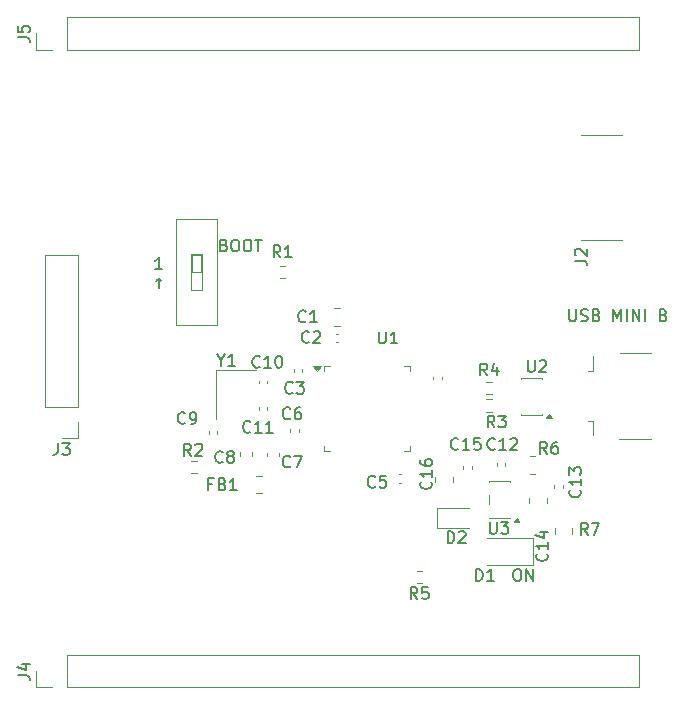
<source format=gto>
%TF.GenerationSoftware,KiCad,Pcbnew,9.0.5*%
%TF.CreationDate,2025-11-25T11:18:22+01:00*%
%TF.ProjectId,PTP,5054502e-6b69-4636-9164-5f7063625858,rev?*%
%TF.SameCoordinates,Original*%
%TF.FileFunction,Legend,Top*%
%TF.FilePolarity,Positive*%
%FSLAX46Y46*%
G04 Gerber Fmt 4.6, Leading zero omitted, Abs format (unit mm)*
G04 Created by KiCad (PCBNEW 9.0.5) date 2025-11-25 11:18:22*
%MOMM*%
%LPD*%
G01*
G04 APERTURE LIST*
%ADD10C,0.160000*%
%ADD11C,0.100000*%
%ADD12C,0.120000*%
G04 APERTURE END LIST*
D10*
X124280952Y-123354299D02*
X124471428Y-123354299D01*
X124471428Y-123354299D02*
X124566666Y-123401918D01*
X124566666Y-123401918D02*
X124661904Y-123497156D01*
X124661904Y-123497156D02*
X124709523Y-123687632D01*
X124709523Y-123687632D02*
X124709523Y-124020965D01*
X124709523Y-124020965D02*
X124661904Y-124211441D01*
X124661904Y-124211441D02*
X124566666Y-124306680D01*
X124566666Y-124306680D02*
X124471428Y-124354299D01*
X124471428Y-124354299D02*
X124280952Y-124354299D01*
X124280952Y-124354299D02*
X124185714Y-124306680D01*
X124185714Y-124306680D02*
X124090476Y-124211441D01*
X124090476Y-124211441D02*
X124042857Y-124020965D01*
X124042857Y-124020965D02*
X124042857Y-123687632D01*
X124042857Y-123687632D02*
X124090476Y-123497156D01*
X124090476Y-123497156D02*
X124185714Y-123401918D01*
X124185714Y-123401918D02*
X124280952Y-123354299D01*
X125138095Y-124354299D02*
X125138095Y-123354299D01*
X125138095Y-123354299D02*
X125709523Y-124354299D01*
X125709523Y-124354299D02*
X125709523Y-123354299D01*
X128743358Y-101369299D02*
X128743358Y-102178822D01*
X128743358Y-102178822D02*
X128790977Y-102274060D01*
X128790977Y-102274060D02*
X128838596Y-102321680D01*
X128838596Y-102321680D02*
X128933834Y-102369299D01*
X128933834Y-102369299D02*
X129124310Y-102369299D01*
X129124310Y-102369299D02*
X129219548Y-102321680D01*
X129219548Y-102321680D02*
X129267167Y-102274060D01*
X129267167Y-102274060D02*
X129314786Y-102178822D01*
X129314786Y-102178822D02*
X129314786Y-101369299D01*
X129743358Y-102321680D02*
X129886215Y-102369299D01*
X129886215Y-102369299D02*
X130124310Y-102369299D01*
X130124310Y-102369299D02*
X130219548Y-102321680D01*
X130219548Y-102321680D02*
X130267167Y-102274060D01*
X130267167Y-102274060D02*
X130314786Y-102178822D01*
X130314786Y-102178822D02*
X130314786Y-102083584D01*
X130314786Y-102083584D02*
X130267167Y-101988346D01*
X130267167Y-101988346D02*
X130219548Y-101940727D01*
X130219548Y-101940727D02*
X130124310Y-101893108D01*
X130124310Y-101893108D02*
X129933834Y-101845489D01*
X129933834Y-101845489D02*
X129838596Y-101797870D01*
X129838596Y-101797870D02*
X129790977Y-101750251D01*
X129790977Y-101750251D02*
X129743358Y-101655013D01*
X129743358Y-101655013D02*
X129743358Y-101559775D01*
X129743358Y-101559775D02*
X129790977Y-101464537D01*
X129790977Y-101464537D02*
X129838596Y-101416918D01*
X129838596Y-101416918D02*
X129933834Y-101369299D01*
X129933834Y-101369299D02*
X130171929Y-101369299D01*
X130171929Y-101369299D02*
X130314786Y-101416918D01*
X131076691Y-101845489D02*
X131219548Y-101893108D01*
X131219548Y-101893108D02*
X131267167Y-101940727D01*
X131267167Y-101940727D02*
X131314786Y-102035965D01*
X131314786Y-102035965D02*
X131314786Y-102178822D01*
X131314786Y-102178822D02*
X131267167Y-102274060D01*
X131267167Y-102274060D02*
X131219548Y-102321680D01*
X131219548Y-102321680D02*
X131124310Y-102369299D01*
X131124310Y-102369299D02*
X130743358Y-102369299D01*
X130743358Y-102369299D02*
X130743358Y-101369299D01*
X130743358Y-101369299D02*
X131076691Y-101369299D01*
X131076691Y-101369299D02*
X131171929Y-101416918D01*
X131171929Y-101416918D02*
X131219548Y-101464537D01*
X131219548Y-101464537D02*
X131267167Y-101559775D01*
X131267167Y-101559775D02*
X131267167Y-101655013D01*
X131267167Y-101655013D02*
X131219548Y-101750251D01*
X131219548Y-101750251D02*
X131171929Y-101797870D01*
X131171929Y-101797870D02*
X131076691Y-101845489D01*
X131076691Y-101845489D02*
X130743358Y-101845489D01*
X132505263Y-102369299D02*
X132505263Y-101369299D01*
X132505263Y-101369299D02*
X132838596Y-102083584D01*
X132838596Y-102083584D02*
X133171929Y-101369299D01*
X133171929Y-101369299D02*
X133171929Y-102369299D01*
X133648120Y-102369299D02*
X133648120Y-101369299D01*
X134124310Y-102369299D02*
X134124310Y-101369299D01*
X134124310Y-101369299D02*
X134695738Y-102369299D01*
X134695738Y-102369299D02*
X134695738Y-101369299D01*
X135171929Y-102369299D02*
X135171929Y-101369299D01*
X136743357Y-101845489D02*
X136886214Y-101893108D01*
X136886214Y-101893108D02*
X136933833Y-101940727D01*
X136933833Y-101940727D02*
X136981452Y-102035965D01*
X136981452Y-102035965D02*
X136981452Y-102178822D01*
X136981452Y-102178822D02*
X136933833Y-102274060D01*
X136933833Y-102274060D02*
X136886214Y-102321680D01*
X136886214Y-102321680D02*
X136790976Y-102369299D01*
X136790976Y-102369299D02*
X136410024Y-102369299D01*
X136410024Y-102369299D02*
X136410024Y-101369299D01*
X136410024Y-101369299D02*
X136743357Y-101369299D01*
X136743357Y-101369299D02*
X136838595Y-101416918D01*
X136838595Y-101416918D02*
X136886214Y-101464537D01*
X136886214Y-101464537D02*
X136933833Y-101559775D01*
X136933833Y-101559775D02*
X136933833Y-101655013D01*
X136933833Y-101655013D02*
X136886214Y-101750251D01*
X136886214Y-101750251D02*
X136838595Y-101797870D01*
X136838595Y-101797870D02*
X136743357Y-101845489D01*
X136743357Y-101845489D02*
X136410024Y-101845489D01*
X99526691Y-95935545D02*
X99669548Y-95983164D01*
X99669548Y-95983164D02*
X99717167Y-96030783D01*
X99717167Y-96030783D02*
X99764786Y-96126021D01*
X99764786Y-96126021D02*
X99764786Y-96268878D01*
X99764786Y-96268878D02*
X99717167Y-96364116D01*
X99717167Y-96364116D02*
X99669548Y-96411736D01*
X99669548Y-96411736D02*
X99574310Y-96459355D01*
X99574310Y-96459355D02*
X99193358Y-96459355D01*
X99193358Y-96459355D02*
X99193358Y-95459355D01*
X99193358Y-95459355D02*
X99526691Y-95459355D01*
X99526691Y-95459355D02*
X99621929Y-95506974D01*
X99621929Y-95506974D02*
X99669548Y-95554593D01*
X99669548Y-95554593D02*
X99717167Y-95649831D01*
X99717167Y-95649831D02*
X99717167Y-95745069D01*
X99717167Y-95745069D02*
X99669548Y-95840307D01*
X99669548Y-95840307D02*
X99621929Y-95887926D01*
X99621929Y-95887926D02*
X99526691Y-95935545D01*
X99526691Y-95935545D02*
X99193358Y-95935545D01*
X100383834Y-95459355D02*
X100574310Y-95459355D01*
X100574310Y-95459355D02*
X100669548Y-95506974D01*
X100669548Y-95506974D02*
X100764786Y-95602212D01*
X100764786Y-95602212D02*
X100812405Y-95792688D01*
X100812405Y-95792688D02*
X100812405Y-96126021D01*
X100812405Y-96126021D02*
X100764786Y-96316497D01*
X100764786Y-96316497D02*
X100669548Y-96411736D01*
X100669548Y-96411736D02*
X100574310Y-96459355D01*
X100574310Y-96459355D02*
X100383834Y-96459355D01*
X100383834Y-96459355D02*
X100288596Y-96411736D01*
X100288596Y-96411736D02*
X100193358Y-96316497D01*
X100193358Y-96316497D02*
X100145739Y-96126021D01*
X100145739Y-96126021D02*
X100145739Y-95792688D01*
X100145739Y-95792688D02*
X100193358Y-95602212D01*
X100193358Y-95602212D02*
X100288596Y-95506974D01*
X100288596Y-95506974D02*
X100383834Y-95459355D01*
X101431453Y-95459355D02*
X101621929Y-95459355D01*
X101621929Y-95459355D02*
X101717167Y-95506974D01*
X101717167Y-95506974D02*
X101812405Y-95602212D01*
X101812405Y-95602212D02*
X101860024Y-95792688D01*
X101860024Y-95792688D02*
X101860024Y-96126021D01*
X101860024Y-96126021D02*
X101812405Y-96316497D01*
X101812405Y-96316497D02*
X101717167Y-96411736D01*
X101717167Y-96411736D02*
X101621929Y-96459355D01*
X101621929Y-96459355D02*
X101431453Y-96459355D01*
X101431453Y-96459355D02*
X101336215Y-96411736D01*
X101336215Y-96411736D02*
X101240977Y-96316497D01*
X101240977Y-96316497D02*
X101193358Y-96126021D01*
X101193358Y-96126021D02*
X101193358Y-95792688D01*
X101193358Y-95792688D02*
X101240977Y-95602212D01*
X101240977Y-95602212D02*
X101336215Y-95506974D01*
X101336215Y-95506974D02*
X101431453Y-95459355D01*
X102145739Y-95459355D02*
X102717167Y-95459355D01*
X102431453Y-96459355D02*
X102431453Y-95459355D01*
X94285714Y-97949327D02*
X93714286Y-97949327D01*
X94000000Y-97949327D02*
X94000000Y-96949327D01*
X94000000Y-96949327D02*
X93904762Y-97092184D01*
X93904762Y-97092184D02*
X93809524Y-97187422D01*
X93809524Y-97187422D02*
X93714286Y-97235041D01*
X94000000Y-99559271D02*
X94000000Y-98797366D01*
X93809524Y-98987842D02*
X94000000Y-98797366D01*
X94000000Y-98797366D02*
X94190476Y-98987842D01*
X129239299Y-97233333D02*
X129953584Y-97233333D01*
X129953584Y-97233333D02*
X130096441Y-97280952D01*
X130096441Y-97280952D02*
X130191680Y-97376190D01*
X130191680Y-97376190D02*
X130239299Y-97519047D01*
X130239299Y-97519047D02*
X130239299Y-97614285D01*
X129334537Y-96804761D02*
X129286918Y-96757142D01*
X129286918Y-96757142D02*
X129239299Y-96661904D01*
X129239299Y-96661904D02*
X129239299Y-96423809D01*
X129239299Y-96423809D02*
X129286918Y-96328571D01*
X129286918Y-96328571D02*
X129334537Y-96280952D01*
X129334537Y-96280952D02*
X129429775Y-96233333D01*
X129429775Y-96233333D02*
X129525013Y-96233333D01*
X129525013Y-96233333D02*
X129667870Y-96280952D01*
X129667870Y-96280952D02*
X130239299Y-96852380D01*
X130239299Y-96852380D02*
X130239299Y-96233333D01*
X82074299Y-132333333D02*
X82788584Y-132333333D01*
X82788584Y-132333333D02*
X82931441Y-132380952D01*
X82931441Y-132380952D02*
X83026680Y-132476190D01*
X83026680Y-132476190D02*
X83074299Y-132619047D01*
X83074299Y-132619047D02*
X83074299Y-132714285D01*
X82407632Y-131428571D02*
X83074299Y-131428571D01*
X82026680Y-131666666D02*
X82740965Y-131904761D01*
X82740965Y-131904761D02*
X82740965Y-131285714D01*
X82074299Y-78333333D02*
X82788584Y-78333333D01*
X82788584Y-78333333D02*
X82931441Y-78380952D01*
X82931441Y-78380952D02*
X83026680Y-78476190D01*
X83026680Y-78476190D02*
X83074299Y-78619047D01*
X83074299Y-78619047D02*
X83074299Y-78714285D01*
X82074299Y-77380952D02*
X82074299Y-77857142D01*
X82074299Y-77857142D02*
X82550489Y-77904761D01*
X82550489Y-77904761D02*
X82502870Y-77857142D01*
X82502870Y-77857142D02*
X82455251Y-77761904D01*
X82455251Y-77761904D02*
X82455251Y-77523809D01*
X82455251Y-77523809D02*
X82502870Y-77428571D01*
X82502870Y-77428571D02*
X82550489Y-77380952D01*
X82550489Y-77380952D02*
X82645727Y-77333333D01*
X82645727Y-77333333D02*
X82883822Y-77333333D01*
X82883822Y-77333333D02*
X82979060Y-77380952D01*
X82979060Y-77380952D02*
X83026680Y-77428571D01*
X83026680Y-77428571D02*
X83074299Y-77523809D01*
X83074299Y-77523809D02*
X83074299Y-77761904D01*
X83074299Y-77761904D02*
X83026680Y-77857142D01*
X83026680Y-77857142D02*
X82979060Y-77904761D01*
X119357142Y-113159060D02*
X119309523Y-113206680D01*
X119309523Y-113206680D02*
X119166666Y-113254299D01*
X119166666Y-113254299D02*
X119071428Y-113254299D01*
X119071428Y-113254299D02*
X118928571Y-113206680D01*
X118928571Y-113206680D02*
X118833333Y-113111441D01*
X118833333Y-113111441D02*
X118785714Y-113016203D01*
X118785714Y-113016203D02*
X118738095Y-112825727D01*
X118738095Y-112825727D02*
X118738095Y-112682870D01*
X118738095Y-112682870D02*
X118785714Y-112492394D01*
X118785714Y-112492394D02*
X118833333Y-112397156D01*
X118833333Y-112397156D02*
X118928571Y-112301918D01*
X118928571Y-112301918D02*
X119071428Y-112254299D01*
X119071428Y-112254299D02*
X119166666Y-112254299D01*
X119166666Y-112254299D02*
X119309523Y-112301918D01*
X119309523Y-112301918D02*
X119357142Y-112349537D01*
X120309523Y-113254299D02*
X119738095Y-113254299D01*
X120023809Y-113254299D02*
X120023809Y-112254299D01*
X120023809Y-112254299D02*
X119928571Y-112397156D01*
X119928571Y-112397156D02*
X119833333Y-112492394D01*
X119833333Y-112492394D02*
X119738095Y-112540013D01*
X121214285Y-112254299D02*
X120738095Y-112254299D01*
X120738095Y-112254299D02*
X120690476Y-112730489D01*
X120690476Y-112730489D02*
X120738095Y-112682870D01*
X120738095Y-112682870D02*
X120833333Y-112635251D01*
X120833333Y-112635251D02*
X121071428Y-112635251D01*
X121071428Y-112635251D02*
X121166666Y-112682870D01*
X121166666Y-112682870D02*
X121214285Y-112730489D01*
X121214285Y-112730489D02*
X121261904Y-112825727D01*
X121261904Y-112825727D02*
X121261904Y-113063822D01*
X121261904Y-113063822D02*
X121214285Y-113159060D01*
X121214285Y-113159060D02*
X121166666Y-113206680D01*
X121166666Y-113206680D02*
X121071428Y-113254299D01*
X121071428Y-113254299D02*
X120833333Y-113254299D01*
X120833333Y-113254299D02*
X120738095Y-113206680D01*
X120738095Y-113206680D02*
X120690476Y-113159060D01*
X122433333Y-111354299D02*
X122100000Y-110878108D01*
X121861905Y-111354299D02*
X121861905Y-110354299D01*
X121861905Y-110354299D02*
X122242857Y-110354299D01*
X122242857Y-110354299D02*
X122338095Y-110401918D01*
X122338095Y-110401918D02*
X122385714Y-110449537D01*
X122385714Y-110449537D02*
X122433333Y-110544775D01*
X122433333Y-110544775D02*
X122433333Y-110687632D01*
X122433333Y-110687632D02*
X122385714Y-110782870D01*
X122385714Y-110782870D02*
X122338095Y-110830489D01*
X122338095Y-110830489D02*
X122242857Y-110878108D01*
X122242857Y-110878108D02*
X121861905Y-110878108D01*
X122766667Y-110354299D02*
X123385714Y-110354299D01*
X123385714Y-110354299D02*
X123052381Y-110735251D01*
X123052381Y-110735251D02*
X123195238Y-110735251D01*
X123195238Y-110735251D02*
X123290476Y-110782870D01*
X123290476Y-110782870D02*
X123338095Y-110830489D01*
X123338095Y-110830489D02*
X123385714Y-110925727D01*
X123385714Y-110925727D02*
X123385714Y-111163822D01*
X123385714Y-111163822D02*
X123338095Y-111259060D01*
X123338095Y-111259060D02*
X123290476Y-111306680D01*
X123290476Y-111306680D02*
X123195238Y-111354299D01*
X123195238Y-111354299D02*
X122909524Y-111354299D01*
X122909524Y-111354299D02*
X122814286Y-111306680D01*
X122814286Y-111306680D02*
X122766667Y-111259060D01*
X98554166Y-116155489D02*
X98220833Y-116155489D01*
X98220833Y-116679299D02*
X98220833Y-115679299D01*
X98220833Y-115679299D02*
X98697023Y-115679299D01*
X99411309Y-116155489D02*
X99554166Y-116203108D01*
X99554166Y-116203108D02*
X99601785Y-116250727D01*
X99601785Y-116250727D02*
X99649404Y-116345965D01*
X99649404Y-116345965D02*
X99649404Y-116488822D01*
X99649404Y-116488822D02*
X99601785Y-116584060D01*
X99601785Y-116584060D02*
X99554166Y-116631680D01*
X99554166Y-116631680D02*
X99458928Y-116679299D01*
X99458928Y-116679299D02*
X99077976Y-116679299D01*
X99077976Y-116679299D02*
X99077976Y-115679299D01*
X99077976Y-115679299D02*
X99411309Y-115679299D01*
X99411309Y-115679299D02*
X99506547Y-115726918D01*
X99506547Y-115726918D02*
X99554166Y-115774537D01*
X99554166Y-115774537D02*
X99601785Y-115869775D01*
X99601785Y-115869775D02*
X99601785Y-115965013D01*
X99601785Y-115965013D02*
X99554166Y-116060251D01*
X99554166Y-116060251D02*
X99506547Y-116107870D01*
X99506547Y-116107870D02*
X99411309Y-116155489D01*
X99411309Y-116155489D02*
X99077976Y-116155489D01*
X100601785Y-116679299D02*
X100030357Y-116679299D01*
X100316071Y-116679299D02*
X100316071Y-115679299D01*
X100316071Y-115679299D02*
X100220833Y-115822156D01*
X100220833Y-115822156D02*
X100125595Y-115917394D01*
X100125595Y-115917394D02*
X100030357Y-115965013D01*
X101757142Y-111709060D02*
X101709523Y-111756680D01*
X101709523Y-111756680D02*
X101566666Y-111804299D01*
X101566666Y-111804299D02*
X101471428Y-111804299D01*
X101471428Y-111804299D02*
X101328571Y-111756680D01*
X101328571Y-111756680D02*
X101233333Y-111661441D01*
X101233333Y-111661441D02*
X101185714Y-111566203D01*
X101185714Y-111566203D02*
X101138095Y-111375727D01*
X101138095Y-111375727D02*
X101138095Y-111232870D01*
X101138095Y-111232870D02*
X101185714Y-111042394D01*
X101185714Y-111042394D02*
X101233333Y-110947156D01*
X101233333Y-110947156D02*
X101328571Y-110851918D01*
X101328571Y-110851918D02*
X101471428Y-110804299D01*
X101471428Y-110804299D02*
X101566666Y-110804299D01*
X101566666Y-110804299D02*
X101709523Y-110851918D01*
X101709523Y-110851918D02*
X101757142Y-110899537D01*
X102709523Y-111804299D02*
X102138095Y-111804299D01*
X102423809Y-111804299D02*
X102423809Y-110804299D01*
X102423809Y-110804299D02*
X102328571Y-110947156D01*
X102328571Y-110947156D02*
X102233333Y-111042394D01*
X102233333Y-111042394D02*
X102138095Y-111090013D01*
X103661904Y-111804299D02*
X103090476Y-111804299D01*
X103376190Y-111804299D02*
X103376190Y-110804299D01*
X103376190Y-110804299D02*
X103280952Y-110947156D01*
X103280952Y-110947156D02*
X103185714Y-111042394D01*
X103185714Y-111042394D02*
X103090476Y-111090013D01*
X96733333Y-113754299D02*
X96400000Y-113278108D01*
X96161905Y-113754299D02*
X96161905Y-112754299D01*
X96161905Y-112754299D02*
X96542857Y-112754299D01*
X96542857Y-112754299D02*
X96638095Y-112801918D01*
X96638095Y-112801918D02*
X96685714Y-112849537D01*
X96685714Y-112849537D02*
X96733333Y-112944775D01*
X96733333Y-112944775D02*
X96733333Y-113087632D01*
X96733333Y-113087632D02*
X96685714Y-113182870D01*
X96685714Y-113182870D02*
X96638095Y-113230489D01*
X96638095Y-113230489D02*
X96542857Y-113278108D01*
X96542857Y-113278108D02*
X96161905Y-113278108D01*
X97114286Y-112849537D02*
X97161905Y-112801918D01*
X97161905Y-112801918D02*
X97257143Y-112754299D01*
X97257143Y-112754299D02*
X97495238Y-112754299D01*
X97495238Y-112754299D02*
X97590476Y-112801918D01*
X97590476Y-112801918D02*
X97638095Y-112849537D01*
X97638095Y-112849537D02*
X97685714Y-112944775D01*
X97685714Y-112944775D02*
X97685714Y-113040013D01*
X97685714Y-113040013D02*
X97638095Y-113182870D01*
X97638095Y-113182870D02*
X97066667Y-113754299D01*
X97066667Y-113754299D02*
X97685714Y-113754299D01*
X96233333Y-110979060D02*
X96185714Y-111026680D01*
X96185714Y-111026680D02*
X96042857Y-111074299D01*
X96042857Y-111074299D02*
X95947619Y-111074299D01*
X95947619Y-111074299D02*
X95804762Y-111026680D01*
X95804762Y-111026680D02*
X95709524Y-110931441D01*
X95709524Y-110931441D02*
X95661905Y-110836203D01*
X95661905Y-110836203D02*
X95614286Y-110645727D01*
X95614286Y-110645727D02*
X95614286Y-110502870D01*
X95614286Y-110502870D02*
X95661905Y-110312394D01*
X95661905Y-110312394D02*
X95709524Y-110217156D01*
X95709524Y-110217156D02*
X95804762Y-110121918D01*
X95804762Y-110121918D02*
X95947619Y-110074299D01*
X95947619Y-110074299D02*
X96042857Y-110074299D01*
X96042857Y-110074299D02*
X96185714Y-110121918D01*
X96185714Y-110121918D02*
X96233333Y-110169537D01*
X96709524Y-111074299D02*
X96900000Y-111074299D01*
X96900000Y-111074299D02*
X96995238Y-111026680D01*
X96995238Y-111026680D02*
X97042857Y-110979060D01*
X97042857Y-110979060D02*
X97138095Y-110836203D01*
X97138095Y-110836203D02*
X97185714Y-110645727D01*
X97185714Y-110645727D02*
X97185714Y-110264775D01*
X97185714Y-110264775D02*
X97138095Y-110169537D01*
X97138095Y-110169537D02*
X97090476Y-110121918D01*
X97090476Y-110121918D02*
X96995238Y-110074299D01*
X96995238Y-110074299D02*
X96804762Y-110074299D01*
X96804762Y-110074299D02*
X96709524Y-110121918D01*
X96709524Y-110121918D02*
X96661905Y-110169537D01*
X96661905Y-110169537D02*
X96614286Y-110264775D01*
X96614286Y-110264775D02*
X96614286Y-110502870D01*
X96614286Y-110502870D02*
X96661905Y-110598108D01*
X96661905Y-110598108D02*
X96709524Y-110645727D01*
X96709524Y-110645727D02*
X96804762Y-110693346D01*
X96804762Y-110693346D02*
X96995238Y-110693346D01*
X96995238Y-110693346D02*
X97090476Y-110645727D01*
X97090476Y-110645727D02*
X97138095Y-110598108D01*
X97138095Y-110598108D02*
X97185714Y-110502870D01*
X125263095Y-105654299D02*
X125263095Y-106463822D01*
X125263095Y-106463822D02*
X125310714Y-106559060D01*
X125310714Y-106559060D02*
X125358333Y-106606680D01*
X125358333Y-106606680D02*
X125453571Y-106654299D01*
X125453571Y-106654299D02*
X125644047Y-106654299D01*
X125644047Y-106654299D02*
X125739285Y-106606680D01*
X125739285Y-106606680D02*
X125786904Y-106559060D01*
X125786904Y-106559060D02*
X125834523Y-106463822D01*
X125834523Y-106463822D02*
X125834523Y-105654299D01*
X126263095Y-105749537D02*
X126310714Y-105701918D01*
X126310714Y-105701918D02*
X126405952Y-105654299D01*
X126405952Y-105654299D02*
X126644047Y-105654299D01*
X126644047Y-105654299D02*
X126739285Y-105701918D01*
X126739285Y-105701918D02*
X126786904Y-105749537D01*
X126786904Y-105749537D02*
X126834523Y-105844775D01*
X126834523Y-105844775D02*
X126834523Y-105940013D01*
X126834523Y-105940013D02*
X126786904Y-106082870D01*
X126786904Y-106082870D02*
X126215476Y-106654299D01*
X126215476Y-106654299D02*
X126834523Y-106654299D01*
X117053160Y-115960457D02*
X117100780Y-116008076D01*
X117100780Y-116008076D02*
X117148399Y-116150933D01*
X117148399Y-116150933D02*
X117148399Y-116246171D01*
X117148399Y-116246171D02*
X117100780Y-116389028D01*
X117100780Y-116389028D02*
X117005541Y-116484266D01*
X117005541Y-116484266D02*
X116910303Y-116531885D01*
X116910303Y-116531885D02*
X116719827Y-116579504D01*
X116719827Y-116579504D02*
X116576970Y-116579504D01*
X116576970Y-116579504D02*
X116386494Y-116531885D01*
X116386494Y-116531885D02*
X116291256Y-116484266D01*
X116291256Y-116484266D02*
X116196018Y-116389028D01*
X116196018Y-116389028D02*
X116148399Y-116246171D01*
X116148399Y-116246171D02*
X116148399Y-116150933D01*
X116148399Y-116150933D02*
X116196018Y-116008076D01*
X116196018Y-116008076D02*
X116243637Y-115960457D01*
X117148399Y-115008076D02*
X117148399Y-115579504D01*
X117148399Y-115293790D02*
X116148399Y-115293790D01*
X116148399Y-115293790D02*
X116291256Y-115389028D01*
X116291256Y-115389028D02*
X116386494Y-115484266D01*
X116386494Y-115484266D02*
X116434113Y-115579504D01*
X116148399Y-114150933D02*
X116148399Y-114341409D01*
X116148399Y-114341409D02*
X116196018Y-114436647D01*
X116196018Y-114436647D02*
X116243637Y-114484266D01*
X116243637Y-114484266D02*
X116386494Y-114579504D01*
X116386494Y-114579504D02*
X116576970Y-114627123D01*
X116576970Y-114627123D02*
X116957922Y-114627123D01*
X116957922Y-114627123D02*
X117053160Y-114579504D01*
X117053160Y-114579504D02*
X117100780Y-114531885D01*
X117100780Y-114531885D02*
X117148399Y-114436647D01*
X117148399Y-114436647D02*
X117148399Y-114246171D01*
X117148399Y-114246171D02*
X117100780Y-114150933D01*
X117100780Y-114150933D02*
X117053160Y-114103314D01*
X117053160Y-114103314D02*
X116957922Y-114055695D01*
X116957922Y-114055695D02*
X116719827Y-114055695D01*
X116719827Y-114055695D02*
X116624589Y-114103314D01*
X116624589Y-114103314D02*
X116576970Y-114150933D01*
X116576970Y-114150933D02*
X116529351Y-114246171D01*
X116529351Y-114246171D02*
X116529351Y-114436647D01*
X116529351Y-114436647D02*
X116576970Y-114531885D01*
X116576970Y-114531885D02*
X116624589Y-114579504D01*
X116624589Y-114579504D02*
X116719827Y-114627123D01*
X130320833Y-120444299D02*
X129987500Y-119968108D01*
X129749405Y-120444299D02*
X129749405Y-119444299D01*
X129749405Y-119444299D02*
X130130357Y-119444299D01*
X130130357Y-119444299D02*
X130225595Y-119491918D01*
X130225595Y-119491918D02*
X130273214Y-119539537D01*
X130273214Y-119539537D02*
X130320833Y-119634775D01*
X130320833Y-119634775D02*
X130320833Y-119777632D01*
X130320833Y-119777632D02*
X130273214Y-119872870D01*
X130273214Y-119872870D02*
X130225595Y-119920489D01*
X130225595Y-119920489D02*
X130130357Y-119968108D01*
X130130357Y-119968108D02*
X129749405Y-119968108D01*
X130654167Y-119444299D02*
X131320833Y-119444299D01*
X131320833Y-119444299D02*
X130892262Y-120444299D01*
X99420833Y-114259060D02*
X99373214Y-114306680D01*
X99373214Y-114306680D02*
X99230357Y-114354299D01*
X99230357Y-114354299D02*
X99135119Y-114354299D01*
X99135119Y-114354299D02*
X98992262Y-114306680D01*
X98992262Y-114306680D02*
X98897024Y-114211441D01*
X98897024Y-114211441D02*
X98849405Y-114116203D01*
X98849405Y-114116203D02*
X98801786Y-113925727D01*
X98801786Y-113925727D02*
X98801786Y-113782870D01*
X98801786Y-113782870D02*
X98849405Y-113592394D01*
X98849405Y-113592394D02*
X98897024Y-113497156D01*
X98897024Y-113497156D02*
X98992262Y-113401918D01*
X98992262Y-113401918D02*
X99135119Y-113354299D01*
X99135119Y-113354299D02*
X99230357Y-113354299D01*
X99230357Y-113354299D02*
X99373214Y-113401918D01*
X99373214Y-113401918D02*
X99420833Y-113449537D01*
X99992262Y-113782870D02*
X99897024Y-113735251D01*
X99897024Y-113735251D02*
X99849405Y-113687632D01*
X99849405Y-113687632D02*
X99801786Y-113592394D01*
X99801786Y-113592394D02*
X99801786Y-113544775D01*
X99801786Y-113544775D02*
X99849405Y-113449537D01*
X99849405Y-113449537D02*
X99897024Y-113401918D01*
X99897024Y-113401918D02*
X99992262Y-113354299D01*
X99992262Y-113354299D02*
X100182738Y-113354299D01*
X100182738Y-113354299D02*
X100277976Y-113401918D01*
X100277976Y-113401918D02*
X100325595Y-113449537D01*
X100325595Y-113449537D02*
X100373214Y-113544775D01*
X100373214Y-113544775D02*
X100373214Y-113592394D01*
X100373214Y-113592394D02*
X100325595Y-113687632D01*
X100325595Y-113687632D02*
X100277976Y-113735251D01*
X100277976Y-113735251D02*
X100182738Y-113782870D01*
X100182738Y-113782870D02*
X99992262Y-113782870D01*
X99992262Y-113782870D02*
X99897024Y-113830489D01*
X99897024Y-113830489D02*
X99849405Y-113878108D01*
X99849405Y-113878108D02*
X99801786Y-113973346D01*
X99801786Y-113973346D02*
X99801786Y-114163822D01*
X99801786Y-114163822D02*
X99849405Y-114259060D01*
X99849405Y-114259060D02*
X99897024Y-114306680D01*
X99897024Y-114306680D02*
X99992262Y-114354299D01*
X99992262Y-114354299D02*
X100182738Y-114354299D01*
X100182738Y-114354299D02*
X100277976Y-114306680D01*
X100277976Y-114306680D02*
X100325595Y-114259060D01*
X100325595Y-114259060D02*
X100373214Y-114163822D01*
X100373214Y-114163822D02*
X100373214Y-113973346D01*
X100373214Y-113973346D02*
X100325595Y-113878108D01*
X100325595Y-113878108D02*
X100277976Y-113830489D01*
X100277976Y-113830489D02*
X100182738Y-113782870D01*
X102557142Y-106209060D02*
X102509523Y-106256680D01*
X102509523Y-106256680D02*
X102366666Y-106304299D01*
X102366666Y-106304299D02*
X102271428Y-106304299D01*
X102271428Y-106304299D02*
X102128571Y-106256680D01*
X102128571Y-106256680D02*
X102033333Y-106161441D01*
X102033333Y-106161441D02*
X101985714Y-106066203D01*
X101985714Y-106066203D02*
X101938095Y-105875727D01*
X101938095Y-105875727D02*
X101938095Y-105732870D01*
X101938095Y-105732870D02*
X101985714Y-105542394D01*
X101985714Y-105542394D02*
X102033333Y-105447156D01*
X102033333Y-105447156D02*
X102128571Y-105351918D01*
X102128571Y-105351918D02*
X102271428Y-105304299D01*
X102271428Y-105304299D02*
X102366666Y-105304299D01*
X102366666Y-105304299D02*
X102509523Y-105351918D01*
X102509523Y-105351918D02*
X102557142Y-105399537D01*
X103509523Y-106304299D02*
X102938095Y-106304299D01*
X103223809Y-106304299D02*
X103223809Y-105304299D01*
X103223809Y-105304299D02*
X103128571Y-105447156D01*
X103128571Y-105447156D02*
X103033333Y-105542394D01*
X103033333Y-105542394D02*
X102938095Y-105590013D01*
X104128571Y-105304299D02*
X104223809Y-105304299D01*
X104223809Y-105304299D02*
X104319047Y-105351918D01*
X104319047Y-105351918D02*
X104366666Y-105399537D01*
X104366666Y-105399537D02*
X104414285Y-105494775D01*
X104414285Y-105494775D02*
X104461904Y-105685251D01*
X104461904Y-105685251D02*
X104461904Y-105923346D01*
X104461904Y-105923346D02*
X104414285Y-106113822D01*
X104414285Y-106113822D02*
X104366666Y-106209060D01*
X104366666Y-106209060D02*
X104319047Y-106256680D01*
X104319047Y-106256680D02*
X104223809Y-106304299D01*
X104223809Y-106304299D02*
X104128571Y-106304299D01*
X104128571Y-106304299D02*
X104033333Y-106256680D01*
X104033333Y-106256680D02*
X103985714Y-106209060D01*
X103985714Y-106209060D02*
X103938095Y-106113822D01*
X103938095Y-106113822D02*
X103890476Y-105923346D01*
X103890476Y-105923346D02*
X103890476Y-105685251D01*
X103890476Y-105685251D02*
X103938095Y-105494775D01*
X103938095Y-105494775D02*
X103985714Y-105399537D01*
X103985714Y-105399537D02*
X104033333Y-105351918D01*
X104033333Y-105351918D02*
X104128571Y-105304299D01*
X106733333Y-104109060D02*
X106685714Y-104156680D01*
X106685714Y-104156680D02*
X106542857Y-104204299D01*
X106542857Y-104204299D02*
X106447619Y-104204299D01*
X106447619Y-104204299D02*
X106304762Y-104156680D01*
X106304762Y-104156680D02*
X106209524Y-104061441D01*
X106209524Y-104061441D02*
X106161905Y-103966203D01*
X106161905Y-103966203D02*
X106114286Y-103775727D01*
X106114286Y-103775727D02*
X106114286Y-103632870D01*
X106114286Y-103632870D02*
X106161905Y-103442394D01*
X106161905Y-103442394D02*
X106209524Y-103347156D01*
X106209524Y-103347156D02*
X106304762Y-103251918D01*
X106304762Y-103251918D02*
X106447619Y-103204299D01*
X106447619Y-103204299D02*
X106542857Y-103204299D01*
X106542857Y-103204299D02*
X106685714Y-103251918D01*
X106685714Y-103251918D02*
X106733333Y-103299537D01*
X107114286Y-103299537D02*
X107161905Y-103251918D01*
X107161905Y-103251918D02*
X107257143Y-103204299D01*
X107257143Y-103204299D02*
X107495238Y-103204299D01*
X107495238Y-103204299D02*
X107590476Y-103251918D01*
X107590476Y-103251918D02*
X107638095Y-103299537D01*
X107638095Y-103299537D02*
X107685714Y-103394775D01*
X107685714Y-103394775D02*
X107685714Y-103490013D01*
X107685714Y-103490013D02*
X107638095Y-103632870D01*
X107638095Y-103632870D02*
X107066667Y-104204299D01*
X107066667Y-104204299D02*
X107685714Y-104204299D01*
X121808333Y-106954299D02*
X121475000Y-106478108D01*
X121236905Y-106954299D02*
X121236905Y-105954299D01*
X121236905Y-105954299D02*
X121617857Y-105954299D01*
X121617857Y-105954299D02*
X121713095Y-106001918D01*
X121713095Y-106001918D02*
X121760714Y-106049537D01*
X121760714Y-106049537D02*
X121808333Y-106144775D01*
X121808333Y-106144775D02*
X121808333Y-106287632D01*
X121808333Y-106287632D02*
X121760714Y-106382870D01*
X121760714Y-106382870D02*
X121713095Y-106430489D01*
X121713095Y-106430489D02*
X121617857Y-106478108D01*
X121617857Y-106478108D02*
X121236905Y-106478108D01*
X122665476Y-106287632D02*
X122665476Y-106954299D01*
X122427381Y-105906680D02*
X122189286Y-106620965D01*
X122189286Y-106620965D02*
X122808333Y-106620965D01*
X105133333Y-114659060D02*
X105085714Y-114706680D01*
X105085714Y-114706680D02*
X104942857Y-114754299D01*
X104942857Y-114754299D02*
X104847619Y-114754299D01*
X104847619Y-114754299D02*
X104704762Y-114706680D01*
X104704762Y-114706680D02*
X104609524Y-114611441D01*
X104609524Y-114611441D02*
X104561905Y-114516203D01*
X104561905Y-114516203D02*
X104514286Y-114325727D01*
X104514286Y-114325727D02*
X104514286Y-114182870D01*
X104514286Y-114182870D02*
X104561905Y-113992394D01*
X104561905Y-113992394D02*
X104609524Y-113897156D01*
X104609524Y-113897156D02*
X104704762Y-113801918D01*
X104704762Y-113801918D02*
X104847619Y-113754299D01*
X104847619Y-113754299D02*
X104942857Y-113754299D01*
X104942857Y-113754299D02*
X105085714Y-113801918D01*
X105085714Y-113801918D02*
X105133333Y-113849537D01*
X105466667Y-113754299D02*
X106133333Y-113754299D01*
X106133333Y-113754299D02*
X105704762Y-114754299D01*
X112333333Y-116359060D02*
X112285714Y-116406680D01*
X112285714Y-116406680D02*
X112142857Y-116454299D01*
X112142857Y-116454299D02*
X112047619Y-116454299D01*
X112047619Y-116454299D02*
X111904762Y-116406680D01*
X111904762Y-116406680D02*
X111809524Y-116311441D01*
X111809524Y-116311441D02*
X111761905Y-116216203D01*
X111761905Y-116216203D02*
X111714286Y-116025727D01*
X111714286Y-116025727D02*
X111714286Y-115882870D01*
X111714286Y-115882870D02*
X111761905Y-115692394D01*
X111761905Y-115692394D02*
X111809524Y-115597156D01*
X111809524Y-115597156D02*
X111904762Y-115501918D01*
X111904762Y-115501918D02*
X112047619Y-115454299D01*
X112047619Y-115454299D02*
X112142857Y-115454299D01*
X112142857Y-115454299D02*
X112285714Y-115501918D01*
X112285714Y-115501918D02*
X112333333Y-115549537D01*
X113238095Y-115454299D02*
X112761905Y-115454299D01*
X112761905Y-115454299D02*
X112714286Y-115930489D01*
X112714286Y-115930489D02*
X112761905Y-115882870D01*
X112761905Y-115882870D02*
X112857143Y-115835251D01*
X112857143Y-115835251D02*
X113095238Y-115835251D01*
X113095238Y-115835251D02*
X113190476Y-115882870D01*
X113190476Y-115882870D02*
X113238095Y-115930489D01*
X113238095Y-115930489D02*
X113285714Y-116025727D01*
X113285714Y-116025727D02*
X113285714Y-116263822D01*
X113285714Y-116263822D02*
X113238095Y-116359060D01*
X113238095Y-116359060D02*
X113190476Y-116406680D01*
X113190476Y-116406680D02*
X113095238Y-116454299D01*
X113095238Y-116454299D02*
X112857143Y-116454299D01*
X112857143Y-116454299D02*
X112761905Y-116406680D01*
X112761905Y-116406680D02*
X112714286Y-116359060D01*
X99273809Y-105678108D02*
X99273809Y-106154299D01*
X98940476Y-105154299D02*
X99273809Y-105678108D01*
X99273809Y-105678108D02*
X99607142Y-105154299D01*
X100464285Y-106154299D02*
X99892857Y-106154299D01*
X100178571Y-106154299D02*
X100178571Y-105154299D01*
X100178571Y-105154299D02*
X100083333Y-105297156D01*
X100083333Y-105297156D02*
X99988095Y-105392394D01*
X99988095Y-105392394D02*
X99892857Y-105440013D01*
X106445833Y-102359060D02*
X106398214Y-102406680D01*
X106398214Y-102406680D02*
X106255357Y-102454299D01*
X106255357Y-102454299D02*
X106160119Y-102454299D01*
X106160119Y-102454299D02*
X106017262Y-102406680D01*
X106017262Y-102406680D02*
X105922024Y-102311441D01*
X105922024Y-102311441D02*
X105874405Y-102216203D01*
X105874405Y-102216203D02*
X105826786Y-102025727D01*
X105826786Y-102025727D02*
X105826786Y-101882870D01*
X105826786Y-101882870D02*
X105874405Y-101692394D01*
X105874405Y-101692394D02*
X105922024Y-101597156D01*
X105922024Y-101597156D02*
X106017262Y-101501918D01*
X106017262Y-101501918D02*
X106160119Y-101454299D01*
X106160119Y-101454299D02*
X106255357Y-101454299D01*
X106255357Y-101454299D02*
X106398214Y-101501918D01*
X106398214Y-101501918D02*
X106445833Y-101549537D01*
X107398214Y-102454299D02*
X106826786Y-102454299D01*
X107112500Y-102454299D02*
X107112500Y-101454299D01*
X107112500Y-101454299D02*
X107017262Y-101597156D01*
X107017262Y-101597156D02*
X106922024Y-101692394D01*
X106922024Y-101692394D02*
X106826786Y-101740013D01*
X104308333Y-96954299D02*
X103975000Y-96478108D01*
X103736905Y-96954299D02*
X103736905Y-95954299D01*
X103736905Y-95954299D02*
X104117857Y-95954299D01*
X104117857Y-95954299D02*
X104213095Y-96001918D01*
X104213095Y-96001918D02*
X104260714Y-96049537D01*
X104260714Y-96049537D02*
X104308333Y-96144775D01*
X104308333Y-96144775D02*
X104308333Y-96287632D01*
X104308333Y-96287632D02*
X104260714Y-96382870D01*
X104260714Y-96382870D02*
X104213095Y-96430489D01*
X104213095Y-96430489D02*
X104117857Y-96478108D01*
X104117857Y-96478108D02*
X103736905Y-96478108D01*
X105260714Y-96954299D02*
X104689286Y-96954299D01*
X104975000Y-96954299D02*
X104975000Y-95954299D01*
X104975000Y-95954299D02*
X104879762Y-96097156D01*
X104879762Y-96097156D02*
X104784524Y-96192394D01*
X104784524Y-96192394D02*
X104689286Y-96240013D01*
X105133333Y-110579060D02*
X105085714Y-110626680D01*
X105085714Y-110626680D02*
X104942857Y-110674299D01*
X104942857Y-110674299D02*
X104847619Y-110674299D01*
X104847619Y-110674299D02*
X104704762Y-110626680D01*
X104704762Y-110626680D02*
X104609524Y-110531441D01*
X104609524Y-110531441D02*
X104561905Y-110436203D01*
X104561905Y-110436203D02*
X104514286Y-110245727D01*
X104514286Y-110245727D02*
X104514286Y-110102870D01*
X104514286Y-110102870D02*
X104561905Y-109912394D01*
X104561905Y-109912394D02*
X104609524Y-109817156D01*
X104609524Y-109817156D02*
X104704762Y-109721918D01*
X104704762Y-109721918D02*
X104847619Y-109674299D01*
X104847619Y-109674299D02*
X104942857Y-109674299D01*
X104942857Y-109674299D02*
X105085714Y-109721918D01*
X105085714Y-109721918D02*
X105133333Y-109769537D01*
X105990476Y-109674299D02*
X105800000Y-109674299D01*
X105800000Y-109674299D02*
X105704762Y-109721918D01*
X105704762Y-109721918D02*
X105657143Y-109769537D01*
X105657143Y-109769537D02*
X105561905Y-109912394D01*
X105561905Y-109912394D02*
X105514286Y-110102870D01*
X105514286Y-110102870D02*
X105514286Y-110483822D01*
X105514286Y-110483822D02*
X105561905Y-110579060D01*
X105561905Y-110579060D02*
X105609524Y-110626680D01*
X105609524Y-110626680D02*
X105704762Y-110674299D01*
X105704762Y-110674299D02*
X105895238Y-110674299D01*
X105895238Y-110674299D02*
X105990476Y-110626680D01*
X105990476Y-110626680D02*
X106038095Y-110579060D01*
X106038095Y-110579060D02*
X106085714Y-110483822D01*
X106085714Y-110483822D02*
X106085714Y-110245727D01*
X106085714Y-110245727D02*
X106038095Y-110150489D01*
X106038095Y-110150489D02*
X105990476Y-110102870D01*
X105990476Y-110102870D02*
X105895238Y-110055251D01*
X105895238Y-110055251D02*
X105704762Y-110055251D01*
X105704762Y-110055251D02*
X105609524Y-110102870D01*
X105609524Y-110102870D02*
X105561905Y-110150489D01*
X105561905Y-110150489D02*
X105514286Y-110245727D01*
X126859060Y-122042857D02*
X126906680Y-122090476D01*
X126906680Y-122090476D02*
X126954299Y-122233333D01*
X126954299Y-122233333D02*
X126954299Y-122328571D01*
X126954299Y-122328571D02*
X126906680Y-122471428D01*
X126906680Y-122471428D02*
X126811441Y-122566666D01*
X126811441Y-122566666D02*
X126716203Y-122614285D01*
X126716203Y-122614285D02*
X126525727Y-122661904D01*
X126525727Y-122661904D02*
X126382870Y-122661904D01*
X126382870Y-122661904D02*
X126192394Y-122614285D01*
X126192394Y-122614285D02*
X126097156Y-122566666D01*
X126097156Y-122566666D02*
X126001918Y-122471428D01*
X126001918Y-122471428D02*
X125954299Y-122328571D01*
X125954299Y-122328571D02*
X125954299Y-122233333D01*
X125954299Y-122233333D02*
X126001918Y-122090476D01*
X126001918Y-122090476D02*
X126049537Y-122042857D01*
X126954299Y-121090476D02*
X126954299Y-121661904D01*
X126954299Y-121376190D02*
X125954299Y-121376190D01*
X125954299Y-121376190D02*
X126097156Y-121471428D01*
X126097156Y-121471428D02*
X126192394Y-121566666D01*
X126192394Y-121566666D02*
X126240013Y-121661904D01*
X126287632Y-120233333D02*
X126954299Y-120233333D01*
X125906680Y-120471428D02*
X126620965Y-120709523D01*
X126620965Y-120709523D02*
X126620965Y-120090476D01*
X120861905Y-124354299D02*
X120861905Y-123354299D01*
X120861905Y-123354299D02*
X121100000Y-123354299D01*
X121100000Y-123354299D02*
X121242857Y-123401918D01*
X121242857Y-123401918D02*
X121338095Y-123497156D01*
X121338095Y-123497156D02*
X121385714Y-123592394D01*
X121385714Y-123592394D02*
X121433333Y-123782870D01*
X121433333Y-123782870D02*
X121433333Y-123925727D01*
X121433333Y-123925727D02*
X121385714Y-124116203D01*
X121385714Y-124116203D02*
X121338095Y-124211441D01*
X121338095Y-124211441D02*
X121242857Y-124306680D01*
X121242857Y-124306680D02*
X121100000Y-124354299D01*
X121100000Y-124354299D02*
X120861905Y-124354299D01*
X122385714Y-124354299D02*
X121814286Y-124354299D01*
X122100000Y-124354299D02*
X122100000Y-123354299D01*
X122100000Y-123354299D02*
X122004762Y-123497156D01*
X122004762Y-123497156D02*
X121909524Y-123592394D01*
X121909524Y-123592394D02*
X121814286Y-123640013D01*
X85466666Y-112694299D02*
X85466666Y-113408584D01*
X85466666Y-113408584D02*
X85419047Y-113551441D01*
X85419047Y-113551441D02*
X85323809Y-113646680D01*
X85323809Y-113646680D02*
X85180952Y-113694299D01*
X85180952Y-113694299D02*
X85085714Y-113694299D01*
X85847619Y-112694299D02*
X86466666Y-112694299D01*
X86466666Y-112694299D02*
X86133333Y-113075251D01*
X86133333Y-113075251D02*
X86276190Y-113075251D01*
X86276190Y-113075251D02*
X86371428Y-113122870D01*
X86371428Y-113122870D02*
X86419047Y-113170489D01*
X86419047Y-113170489D02*
X86466666Y-113265727D01*
X86466666Y-113265727D02*
X86466666Y-113503822D01*
X86466666Y-113503822D02*
X86419047Y-113599060D01*
X86419047Y-113599060D02*
X86371428Y-113646680D01*
X86371428Y-113646680D02*
X86276190Y-113694299D01*
X86276190Y-113694299D02*
X85990476Y-113694299D01*
X85990476Y-113694299D02*
X85895238Y-113646680D01*
X85895238Y-113646680D02*
X85847619Y-113599060D01*
X105333333Y-108409060D02*
X105285714Y-108456680D01*
X105285714Y-108456680D02*
X105142857Y-108504299D01*
X105142857Y-108504299D02*
X105047619Y-108504299D01*
X105047619Y-108504299D02*
X104904762Y-108456680D01*
X104904762Y-108456680D02*
X104809524Y-108361441D01*
X104809524Y-108361441D02*
X104761905Y-108266203D01*
X104761905Y-108266203D02*
X104714286Y-108075727D01*
X104714286Y-108075727D02*
X104714286Y-107932870D01*
X104714286Y-107932870D02*
X104761905Y-107742394D01*
X104761905Y-107742394D02*
X104809524Y-107647156D01*
X104809524Y-107647156D02*
X104904762Y-107551918D01*
X104904762Y-107551918D02*
X105047619Y-107504299D01*
X105047619Y-107504299D02*
X105142857Y-107504299D01*
X105142857Y-107504299D02*
X105285714Y-107551918D01*
X105285714Y-107551918D02*
X105333333Y-107599537D01*
X105666667Y-107504299D02*
X106285714Y-107504299D01*
X106285714Y-107504299D02*
X105952381Y-107885251D01*
X105952381Y-107885251D02*
X106095238Y-107885251D01*
X106095238Y-107885251D02*
X106190476Y-107932870D01*
X106190476Y-107932870D02*
X106238095Y-107980489D01*
X106238095Y-107980489D02*
X106285714Y-108075727D01*
X106285714Y-108075727D02*
X106285714Y-108313822D01*
X106285714Y-108313822D02*
X106238095Y-108409060D01*
X106238095Y-108409060D02*
X106190476Y-108456680D01*
X106190476Y-108456680D02*
X106095238Y-108504299D01*
X106095238Y-108504299D02*
X105809524Y-108504299D01*
X105809524Y-108504299D02*
X105714286Y-108456680D01*
X105714286Y-108456680D02*
X105666667Y-108409060D01*
X122038095Y-119354299D02*
X122038095Y-120163822D01*
X122038095Y-120163822D02*
X122085714Y-120259060D01*
X122085714Y-120259060D02*
X122133333Y-120306680D01*
X122133333Y-120306680D02*
X122228571Y-120354299D01*
X122228571Y-120354299D02*
X122419047Y-120354299D01*
X122419047Y-120354299D02*
X122514285Y-120306680D01*
X122514285Y-120306680D02*
X122561904Y-120259060D01*
X122561904Y-120259060D02*
X122609523Y-120163822D01*
X122609523Y-120163822D02*
X122609523Y-119354299D01*
X122990476Y-119354299D02*
X123609523Y-119354299D01*
X123609523Y-119354299D02*
X123276190Y-119735251D01*
X123276190Y-119735251D02*
X123419047Y-119735251D01*
X123419047Y-119735251D02*
X123514285Y-119782870D01*
X123514285Y-119782870D02*
X123561904Y-119830489D01*
X123561904Y-119830489D02*
X123609523Y-119925727D01*
X123609523Y-119925727D02*
X123609523Y-120163822D01*
X123609523Y-120163822D02*
X123561904Y-120259060D01*
X123561904Y-120259060D02*
X123514285Y-120306680D01*
X123514285Y-120306680D02*
X123419047Y-120354299D01*
X123419047Y-120354299D02*
X123133333Y-120354299D01*
X123133333Y-120354299D02*
X123038095Y-120306680D01*
X123038095Y-120306680D02*
X122990476Y-120259060D01*
X118461905Y-121154299D02*
X118461905Y-120154299D01*
X118461905Y-120154299D02*
X118700000Y-120154299D01*
X118700000Y-120154299D02*
X118842857Y-120201918D01*
X118842857Y-120201918D02*
X118938095Y-120297156D01*
X118938095Y-120297156D02*
X118985714Y-120392394D01*
X118985714Y-120392394D02*
X119033333Y-120582870D01*
X119033333Y-120582870D02*
X119033333Y-120725727D01*
X119033333Y-120725727D02*
X118985714Y-120916203D01*
X118985714Y-120916203D02*
X118938095Y-121011441D01*
X118938095Y-121011441D02*
X118842857Y-121106680D01*
X118842857Y-121106680D02*
X118700000Y-121154299D01*
X118700000Y-121154299D02*
X118461905Y-121154299D01*
X119414286Y-120249537D02*
X119461905Y-120201918D01*
X119461905Y-120201918D02*
X119557143Y-120154299D01*
X119557143Y-120154299D02*
X119795238Y-120154299D01*
X119795238Y-120154299D02*
X119890476Y-120201918D01*
X119890476Y-120201918D02*
X119938095Y-120249537D01*
X119938095Y-120249537D02*
X119985714Y-120344775D01*
X119985714Y-120344775D02*
X119985714Y-120440013D01*
X119985714Y-120440013D02*
X119938095Y-120582870D01*
X119938095Y-120582870D02*
X119366667Y-121154299D01*
X119366667Y-121154299D02*
X119985714Y-121154299D01*
X115908333Y-125884299D02*
X115575000Y-125408108D01*
X115336905Y-125884299D02*
X115336905Y-124884299D01*
X115336905Y-124884299D02*
X115717857Y-124884299D01*
X115717857Y-124884299D02*
X115813095Y-124931918D01*
X115813095Y-124931918D02*
X115860714Y-124979537D01*
X115860714Y-124979537D02*
X115908333Y-125074775D01*
X115908333Y-125074775D02*
X115908333Y-125217632D01*
X115908333Y-125217632D02*
X115860714Y-125312870D01*
X115860714Y-125312870D02*
X115813095Y-125360489D01*
X115813095Y-125360489D02*
X115717857Y-125408108D01*
X115717857Y-125408108D02*
X115336905Y-125408108D01*
X116813095Y-124884299D02*
X116336905Y-124884299D01*
X116336905Y-124884299D02*
X116289286Y-125360489D01*
X116289286Y-125360489D02*
X116336905Y-125312870D01*
X116336905Y-125312870D02*
X116432143Y-125265251D01*
X116432143Y-125265251D02*
X116670238Y-125265251D01*
X116670238Y-125265251D02*
X116765476Y-125312870D01*
X116765476Y-125312870D02*
X116813095Y-125360489D01*
X116813095Y-125360489D02*
X116860714Y-125455727D01*
X116860714Y-125455727D02*
X116860714Y-125693822D01*
X116860714Y-125693822D02*
X116813095Y-125789060D01*
X116813095Y-125789060D02*
X116765476Y-125836680D01*
X116765476Y-125836680D02*
X116670238Y-125884299D01*
X116670238Y-125884299D02*
X116432143Y-125884299D01*
X116432143Y-125884299D02*
X116336905Y-125836680D01*
X116336905Y-125836680D02*
X116289286Y-125789060D01*
X126870833Y-113594299D02*
X126537500Y-113118108D01*
X126299405Y-113594299D02*
X126299405Y-112594299D01*
X126299405Y-112594299D02*
X126680357Y-112594299D01*
X126680357Y-112594299D02*
X126775595Y-112641918D01*
X126775595Y-112641918D02*
X126823214Y-112689537D01*
X126823214Y-112689537D02*
X126870833Y-112784775D01*
X126870833Y-112784775D02*
X126870833Y-112927632D01*
X126870833Y-112927632D02*
X126823214Y-113022870D01*
X126823214Y-113022870D02*
X126775595Y-113070489D01*
X126775595Y-113070489D02*
X126680357Y-113118108D01*
X126680357Y-113118108D02*
X126299405Y-113118108D01*
X127727976Y-112594299D02*
X127537500Y-112594299D01*
X127537500Y-112594299D02*
X127442262Y-112641918D01*
X127442262Y-112641918D02*
X127394643Y-112689537D01*
X127394643Y-112689537D02*
X127299405Y-112832394D01*
X127299405Y-112832394D02*
X127251786Y-113022870D01*
X127251786Y-113022870D02*
X127251786Y-113403822D01*
X127251786Y-113403822D02*
X127299405Y-113499060D01*
X127299405Y-113499060D02*
X127347024Y-113546680D01*
X127347024Y-113546680D02*
X127442262Y-113594299D01*
X127442262Y-113594299D02*
X127632738Y-113594299D01*
X127632738Y-113594299D02*
X127727976Y-113546680D01*
X127727976Y-113546680D02*
X127775595Y-113499060D01*
X127775595Y-113499060D02*
X127823214Y-113403822D01*
X127823214Y-113403822D02*
X127823214Y-113165727D01*
X127823214Y-113165727D02*
X127775595Y-113070489D01*
X127775595Y-113070489D02*
X127727976Y-113022870D01*
X127727976Y-113022870D02*
X127632738Y-112975251D01*
X127632738Y-112975251D02*
X127442262Y-112975251D01*
X127442262Y-112975251D02*
X127347024Y-113022870D01*
X127347024Y-113022870D02*
X127299405Y-113070489D01*
X127299405Y-113070489D02*
X127251786Y-113165727D01*
X129659060Y-116642857D02*
X129706680Y-116690476D01*
X129706680Y-116690476D02*
X129754299Y-116833333D01*
X129754299Y-116833333D02*
X129754299Y-116928571D01*
X129754299Y-116928571D02*
X129706680Y-117071428D01*
X129706680Y-117071428D02*
X129611441Y-117166666D01*
X129611441Y-117166666D02*
X129516203Y-117214285D01*
X129516203Y-117214285D02*
X129325727Y-117261904D01*
X129325727Y-117261904D02*
X129182870Y-117261904D01*
X129182870Y-117261904D02*
X128992394Y-117214285D01*
X128992394Y-117214285D02*
X128897156Y-117166666D01*
X128897156Y-117166666D02*
X128801918Y-117071428D01*
X128801918Y-117071428D02*
X128754299Y-116928571D01*
X128754299Y-116928571D02*
X128754299Y-116833333D01*
X128754299Y-116833333D02*
X128801918Y-116690476D01*
X128801918Y-116690476D02*
X128849537Y-116642857D01*
X129754299Y-115690476D02*
X129754299Y-116261904D01*
X129754299Y-115976190D02*
X128754299Y-115976190D01*
X128754299Y-115976190D02*
X128897156Y-116071428D01*
X128897156Y-116071428D02*
X128992394Y-116166666D01*
X128992394Y-116166666D02*
X129040013Y-116261904D01*
X128754299Y-115357142D02*
X128754299Y-114738095D01*
X128754299Y-114738095D02*
X129135251Y-115071428D01*
X129135251Y-115071428D02*
X129135251Y-114928571D01*
X129135251Y-114928571D02*
X129182870Y-114833333D01*
X129182870Y-114833333D02*
X129230489Y-114785714D01*
X129230489Y-114785714D02*
X129325727Y-114738095D01*
X129325727Y-114738095D02*
X129563822Y-114738095D01*
X129563822Y-114738095D02*
X129659060Y-114785714D01*
X129659060Y-114785714D02*
X129706680Y-114833333D01*
X129706680Y-114833333D02*
X129754299Y-114928571D01*
X129754299Y-114928571D02*
X129754299Y-115214285D01*
X129754299Y-115214285D02*
X129706680Y-115309523D01*
X129706680Y-115309523D02*
X129659060Y-115357142D01*
X122457142Y-113159060D02*
X122409523Y-113206680D01*
X122409523Y-113206680D02*
X122266666Y-113254299D01*
X122266666Y-113254299D02*
X122171428Y-113254299D01*
X122171428Y-113254299D02*
X122028571Y-113206680D01*
X122028571Y-113206680D02*
X121933333Y-113111441D01*
X121933333Y-113111441D02*
X121885714Y-113016203D01*
X121885714Y-113016203D02*
X121838095Y-112825727D01*
X121838095Y-112825727D02*
X121838095Y-112682870D01*
X121838095Y-112682870D02*
X121885714Y-112492394D01*
X121885714Y-112492394D02*
X121933333Y-112397156D01*
X121933333Y-112397156D02*
X122028571Y-112301918D01*
X122028571Y-112301918D02*
X122171428Y-112254299D01*
X122171428Y-112254299D02*
X122266666Y-112254299D01*
X122266666Y-112254299D02*
X122409523Y-112301918D01*
X122409523Y-112301918D02*
X122457142Y-112349537D01*
X123409523Y-113254299D02*
X122838095Y-113254299D01*
X123123809Y-113254299D02*
X123123809Y-112254299D01*
X123123809Y-112254299D02*
X123028571Y-112397156D01*
X123028571Y-112397156D02*
X122933333Y-112492394D01*
X122933333Y-112492394D02*
X122838095Y-112540013D01*
X123790476Y-112349537D02*
X123838095Y-112301918D01*
X123838095Y-112301918D02*
X123933333Y-112254299D01*
X123933333Y-112254299D02*
X124171428Y-112254299D01*
X124171428Y-112254299D02*
X124266666Y-112301918D01*
X124266666Y-112301918D02*
X124314285Y-112349537D01*
X124314285Y-112349537D02*
X124361904Y-112444775D01*
X124361904Y-112444775D02*
X124361904Y-112540013D01*
X124361904Y-112540013D02*
X124314285Y-112682870D01*
X124314285Y-112682870D02*
X123742857Y-113254299D01*
X123742857Y-113254299D02*
X124361904Y-113254299D01*
X112638095Y-103254299D02*
X112638095Y-104063822D01*
X112638095Y-104063822D02*
X112685714Y-104159060D01*
X112685714Y-104159060D02*
X112733333Y-104206680D01*
X112733333Y-104206680D02*
X112828571Y-104254299D01*
X112828571Y-104254299D02*
X113019047Y-104254299D01*
X113019047Y-104254299D02*
X113114285Y-104206680D01*
X113114285Y-104206680D02*
X113161904Y-104159060D01*
X113161904Y-104159060D02*
X113209523Y-104063822D01*
X113209523Y-104063822D02*
X113209523Y-103254299D01*
X114209523Y-104254299D02*
X113638095Y-104254299D01*
X113923809Y-104254299D02*
X113923809Y-103254299D01*
X113923809Y-103254299D02*
X113828571Y-103397156D01*
X113828571Y-103397156D02*
X113733333Y-103492394D01*
X113733333Y-103492394D02*
X113638095Y-103540013D01*
D11*
%TO.C,J2*%
X133215000Y-95505000D02*
X129785000Y-95505000D01*
X129785000Y-86605000D02*
X133215000Y-86605000D01*
D12*
%TO.C,J4*%
X83620000Y-133380000D02*
X83620000Y-132000000D01*
X85000000Y-133380000D02*
X83620000Y-133380000D01*
X86270000Y-133380000D02*
X134640000Y-133380000D01*
X86270000Y-133380000D02*
X86270000Y-130620000D01*
X134640000Y-133380000D02*
X134640000Y-130620000D01*
X86270000Y-130620000D02*
X134640000Y-130620000D01*
%TO.C,J5*%
X83620000Y-79380000D02*
X83620000Y-78000000D01*
X85000000Y-79380000D02*
X83620000Y-79380000D01*
X86270000Y-79380000D02*
X134640000Y-79380000D01*
X86270000Y-79380000D02*
X86270000Y-76620000D01*
X134640000Y-79380000D02*
X134640000Y-76620000D01*
X86270000Y-76620000D02*
X134640000Y-76620000D01*
%TO.C,C15*%
X120516600Y-114855436D02*
X120516600Y-114639764D01*
X119796600Y-114855436D02*
X119796600Y-114639764D01*
%TO.C,R3*%
X121737742Y-110022500D02*
X122212258Y-110022500D01*
X121737742Y-108977500D02*
X122212258Y-108977500D01*
%TO.C,FB1*%
X102727064Y-116935000D02*
X102272936Y-116935000D01*
X102727064Y-115465000D02*
X102272936Y-115465000D01*
%TO.C,C11*%
X102490000Y-109857836D02*
X102490000Y-109642164D01*
X103210000Y-109857836D02*
X103210000Y-109642164D01*
%TO.C,R2*%
X96737742Y-114177500D02*
X97212258Y-114177500D01*
X96737742Y-115222500D02*
X97212258Y-115222500D01*
%TO.C,C4*%
X117240000Y-107072164D02*
X117240000Y-107287836D01*
X117960000Y-107072164D02*
X117960000Y-107287836D01*
%TO.C,C9*%
X98240000Y-111692164D02*
X98240000Y-111907836D01*
X98960000Y-111692164D02*
X98960000Y-111907836D01*
%TO.C,U2*%
X124677500Y-107190000D02*
X126497500Y-107190000D01*
X124677500Y-107240000D02*
X124677500Y-107190000D01*
X124677500Y-110310000D02*
X124677500Y-110260000D01*
X126497500Y-107190000D02*
X126497500Y-107240000D01*
X126497500Y-110260000D02*
X126497500Y-110310000D01*
X126497500Y-110310000D02*
X124677500Y-110310000D01*
X127277500Y-110590000D02*
X126797500Y-110590000D01*
X127037500Y-110260000D01*
X127277500Y-110590000D01*
G36*
X127277500Y-110590000D02*
G01*
X126797500Y-110590000D01*
X127037500Y-110260000D01*
X127277500Y-110590000D01*
G37*
%TO.C,C16*%
X117421600Y-115994664D02*
X117421600Y-115540536D01*
X118891600Y-115994664D02*
X118891600Y-115540536D01*
%TO.C,J1*%
X130790000Y-106590000D02*
X130790000Y-105350000D01*
X130790000Y-106600000D02*
X130392500Y-106600000D01*
X130790000Y-110810000D02*
X130360000Y-110810000D01*
X130790000Y-112000000D02*
X130790000Y-110810000D01*
X135700000Y-105100000D02*
X133050000Y-105100000D01*
X135700000Y-112300000D02*
X133000000Y-112300000D01*
%TO.C,R7*%
X127552500Y-120367064D02*
X127552500Y-119912936D01*
X129022500Y-120367064D02*
X129022500Y-119912936D01*
%TO.C,C8*%
X101910000Y-113740580D02*
X101910000Y-113459420D01*
X100890000Y-113740580D02*
X100890000Y-113459420D01*
%TO.C,C10*%
X102490000Y-107607836D02*
X102490000Y-107392164D01*
X103210000Y-107607836D02*
X103210000Y-107392164D01*
%TO.C,C2*%
X109012164Y-103440000D02*
X109227836Y-103440000D01*
X109012164Y-104160000D02*
X109227836Y-104160000D01*
%TO.C,R4*%
X121737742Y-107477500D02*
X122212258Y-107477500D01*
X121737742Y-108522500D02*
X122212258Y-108522500D01*
%TO.C,C7*%
X104210000Y-113765580D02*
X104210000Y-113484420D01*
X103190000Y-113765580D02*
X103190000Y-113484420D01*
%TO.C,C5*%
X114527836Y-115340000D02*
X114312164Y-115340000D01*
X114527836Y-116060000D02*
X114312164Y-116060000D01*
%TO.C,Y1*%
X98840000Y-106540000D02*
X98840000Y-110660000D01*
X102260000Y-106540000D02*
X98840000Y-106540000D01*
%TO.C,C1*%
X108872936Y-101265000D02*
X109327064Y-101265000D01*
X108872936Y-102735000D02*
X109327064Y-102735000D01*
%TO.C,R1*%
X104262742Y-97677500D02*
X104737258Y-97677500D01*
X104262742Y-98722500D02*
X104737258Y-98722500D01*
%TO.C,C6*%
X105860000Y-111727836D02*
X105860000Y-111512164D01*
X105140000Y-111727836D02*
X105140000Y-111512164D01*
%TO.C,C14*%
X125377500Y-117325436D02*
X125377500Y-117779564D01*
X126847500Y-117325436D02*
X126847500Y-117779564D01*
%TO.C,D1*%
X121800000Y-123035000D02*
X125685000Y-123035000D01*
X125685000Y-120765000D02*
X121800000Y-120765000D01*
X125685000Y-123035000D02*
X125685000Y-120765000D01*
%TO.C,J3*%
X87180000Y-112240000D02*
X85800000Y-112240000D01*
X87180000Y-110860000D02*
X87180000Y-112240000D01*
X84420000Y-109590000D02*
X84420000Y-96780000D01*
X87180000Y-109590000D02*
X84420000Y-109590000D01*
X87180000Y-109590000D02*
X87180000Y-96780000D01*
X87180000Y-96780000D02*
X84420000Y-96780000D01*
%TO.C,C3*%
X105440000Y-106627836D02*
X105440000Y-106412164D01*
X106160000Y-106627836D02*
X106160000Y-106412164D01*
%TO.C,U3*%
X121952500Y-115930000D02*
X123772500Y-115930000D01*
X121952500Y-115980000D02*
X121952500Y-115930000D01*
X121952500Y-117880000D02*
X121952500Y-117100000D01*
X121952500Y-119050000D02*
X121952500Y-119000000D01*
X123772500Y-115930000D02*
X123772500Y-115980000D01*
X123772500Y-119000000D02*
X123772500Y-119050000D01*
X123772500Y-119050000D02*
X121952500Y-119050000D01*
X124552500Y-119330000D02*
X124072500Y-119330000D01*
X124312500Y-119000000D01*
X124552500Y-119330000D01*
G36*
X124552500Y-119330000D02*
G01*
X124072500Y-119330000D01*
X124312500Y-119000000D01*
X124552500Y-119330000D01*
G37*
%TO.C,D2*%
X117590000Y-118150000D02*
X117590000Y-119850000D01*
X117590000Y-118150000D02*
X120250000Y-118150000D01*
X117590000Y-119850000D02*
X120250000Y-119850000D01*
%TO.C,R5*%
X116312258Y-124522500D02*
X115837742Y-124522500D01*
X116312258Y-123477500D02*
X115837742Y-123477500D01*
%TO.C,R6*%
X125435436Y-113805000D02*
X125889564Y-113805000D01*
X125435436Y-115275000D02*
X125889564Y-115275000D01*
%TO.C,C13*%
X127502500Y-116262164D02*
X127502500Y-116477836D01*
X128222500Y-116262164D02*
X128222500Y-116477836D01*
%TO.C,C12*%
X122640000Y-114412164D02*
X122640000Y-114627836D01*
X123360000Y-114412164D02*
X123360000Y-114627836D01*
%TO.C,SW1*%
D11*
X97600000Y-96800000D02*
X96800000Y-96800000D01*
X96800000Y-98200000D01*
X97600000Y-98200000D01*
X97600000Y-96800000D01*
X97700000Y-96700000D02*
X96700000Y-96700000D01*
X96700000Y-99700000D01*
X97700000Y-99700000D01*
X97700000Y-96700000D01*
X98950000Y-93700000D02*
X95450000Y-93700000D01*
X95450000Y-102700000D01*
X98950000Y-102700000D01*
X98950000Y-93700000D01*
D12*
%TO.C,U1*%
X108040000Y-106140000D02*
X108490000Y-106140000D01*
X108040000Y-106590000D02*
X108040000Y-106140000D01*
X108040000Y-113360000D02*
X108040000Y-112910000D01*
X108490000Y-113360000D02*
X108040000Y-113360000D01*
X114810000Y-106140000D02*
X115260000Y-106140000D01*
X115260000Y-106140000D02*
X115260000Y-106590000D01*
X115260000Y-112910000D02*
X115260000Y-113360000D01*
X115260000Y-113360000D02*
X114810000Y-113360000D01*
X107400000Y-106590000D02*
X107060000Y-106120000D01*
X107740000Y-106120000D01*
X107400000Y-106590000D01*
G36*
X107400000Y-106590000D02*
G01*
X107060000Y-106120000D01*
X107740000Y-106120000D01*
X107400000Y-106590000D01*
G37*
%TD*%
M02*

</source>
